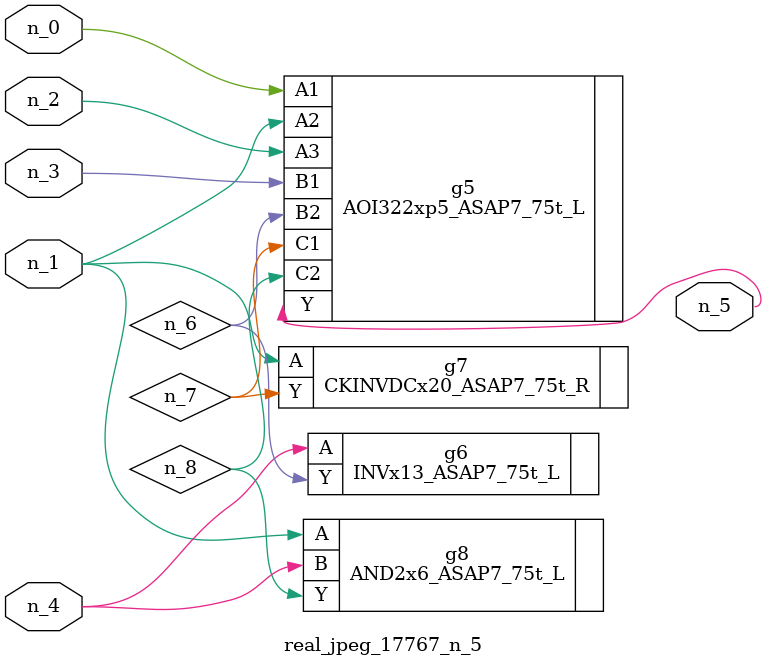
<source format=v>
module real_jpeg_17767_n_5 (n_4, n_0, n_1, n_2, n_3, n_5);

input n_4;
input n_0;
input n_1;
input n_2;
input n_3;

output n_5;

wire n_8;
wire n_6;
wire n_7;

AOI322xp5_ASAP7_75t_L g5 ( 
.A1(n_0),
.A2(n_1),
.A3(n_2),
.B1(n_3),
.B2(n_6),
.C1(n_7),
.C2(n_8),
.Y(n_5)
);

CKINVDCx20_ASAP7_75t_R g7 ( 
.A(n_1),
.Y(n_7)
);

AND2x6_ASAP7_75t_L g8 ( 
.A(n_1),
.B(n_4),
.Y(n_8)
);

INVx13_ASAP7_75t_L g6 ( 
.A(n_4),
.Y(n_6)
);


endmodule
</source>
